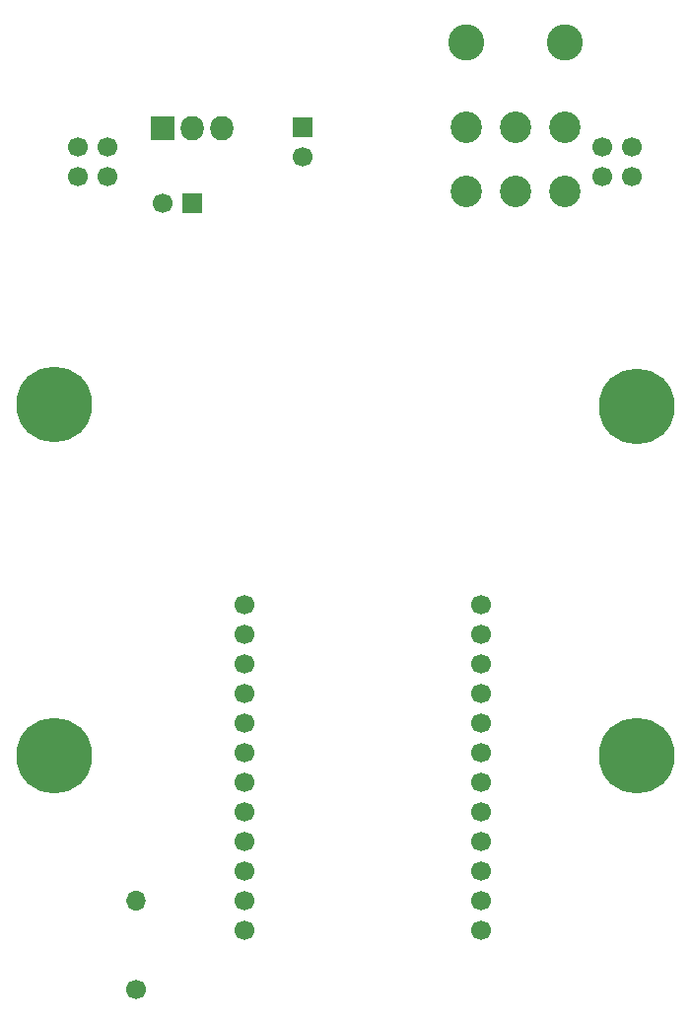
<source format=gbr>
%TF.GenerationSoftware,KiCad,Pcbnew,(5.1.6-0-10_14)*%
%TF.CreationDate,2020-06-11T07:37:50+09:00*%
%TF.ProjectId,QSPIRadiationBoard,51535049-5261-4646-9961-74696f6e426f,rev?*%
%TF.SameCoordinates,Original*%
%TF.FileFunction,Soldermask,Bot*%
%TF.FilePolarity,Negative*%
%FSLAX46Y46*%
G04 Gerber Fmt 4.6, Leading zero omitted, Abs format (unit mm)*
G04 Created by KiCad (PCBNEW (5.1.6-0-10_14)) date 2020-06-11 07:37:50*
%MOMM*%
%LPD*%
G01*
G04 APERTURE LIST*
%ADD10C,1.700000*%
%ADD11O,2.005000X2.100000*%
%ADD12R,2.005000X2.100000*%
%ADD13R,1.700000X1.700000*%
%ADD14C,3.100000*%
%ADD15C,2.700000*%
%ADD16C,6.500000*%
%ADD17O,1.700000X1.700000*%
G04 APERTURE END LIST*
D10*
%TO.C,U1*%
X150610000Y-26710000D03*
X153150000Y-29250000D03*
X150610000Y-29250000D03*
X153150000Y-26710000D03*
X108090000Y-29250000D03*
X105550000Y-29250000D03*
X108090000Y-26710000D03*
X105550000Y-26710000D03*
%TD*%
D11*
%TO.C,U4*%
X117880000Y-25090000D03*
X115340000Y-25090000D03*
D12*
X112800000Y-25090000D03*
%TD*%
D10*
%TO.C,C2*%
X124810000Y-27580000D03*
D13*
X124810000Y-25080000D03*
%TD*%
D10*
%TO.C,C1*%
X112840000Y-31520000D03*
D13*
X115340000Y-31520000D03*
%TD*%
D14*
%TO.C,J1*%
X147320000Y-17780000D03*
X138920000Y-17780000D03*
D15*
X147320000Y-30580000D03*
X143120000Y-30580000D03*
X138920000Y-30580000D03*
X147320000Y-25080000D03*
X143120000Y-25080000D03*
X138920000Y-25080000D03*
%TD*%
D16*
%TO.C,REF\u002A\u002A*%
X153500000Y-79000000D03*
%TD*%
%TO.C,REF\u002A\u002A*%
X103500000Y-79000000D03*
%TD*%
%TO.C,REF\u002A\u002A*%
X153500000Y-49000000D03*
%TD*%
%TO.C,REF\u002A\u002A*%
X103500000Y-48835000D03*
%TD*%
D10*
%TO.C,U2*%
X140160000Y-93970000D03*
X140160000Y-91430000D03*
X140160000Y-88890000D03*
X140160000Y-86350000D03*
X140160000Y-83810000D03*
X140160000Y-81270000D03*
X140160000Y-78730000D03*
X140160000Y-76190000D03*
X140160000Y-73650000D03*
X140160000Y-71110000D03*
X140160000Y-68570000D03*
X140160000Y-66030000D03*
X119840000Y-93970000D03*
X119840000Y-91430000D03*
X119840000Y-88890000D03*
X119840000Y-86350000D03*
X119840000Y-83810000D03*
X119840000Y-81270000D03*
X119840000Y-78730000D03*
X119840000Y-76190000D03*
X119840000Y-73650000D03*
X119840000Y-71110000D03*
X119840000Y-68570000D03*
X119840000Y-66030000D03*
%TD*%
D17*
%TO.C,R1*%
X110490000Y-91440000D03*
D10*
X110490000Y-99060000D03*
%TD*%
M02*

</source>
